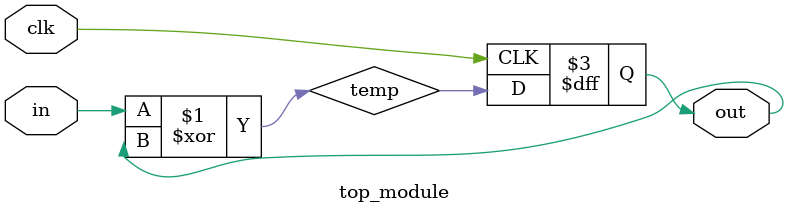
<source format=v>
module top_module (
    input clk,
    input in, 
    output out);
    wire temp = in ^ out;
    always @(posedge clk)
        out <= temp;
endmodule
</source>
